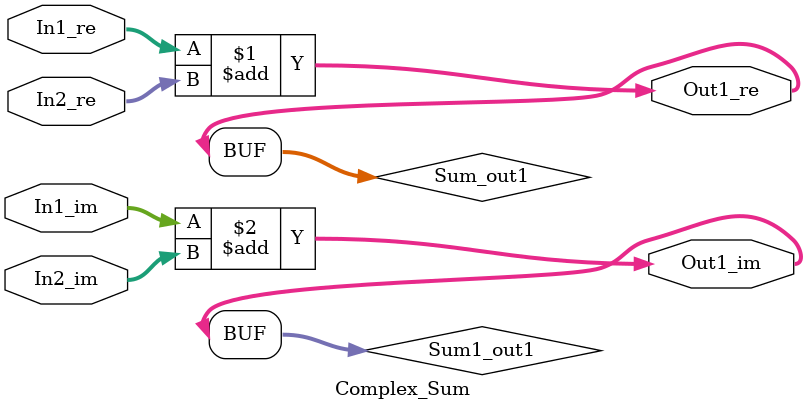
<source format=v>



`timescale 1 ns / 1 ns

module Complex_Sum
          (In1_re,
           In1_im,
           In2_re,
           In2_im,
           Out1_re,
           Out1_im);


  input   signed [36:0] In1_re;  // sfix37_En22
  input   signed [36:0] In1_im;  // sfix37_En22
  input   signed [36:0] In2_re;  // sfix37_En22
  input   signed [36:0] In2_im;  // sfix37_En22
  output  signed [36:0] Out1_re;  // sfix37_En22
  output  signed [36:0] Out1_im;  // sfix37_En22


  wire signed [36:0] Sum_out1;  // sfix37_En22
  wire signed [36:0] Sum1_out1;  // sfix37_En22


  assign Sum_out1 = In1_re + In2_re;



  assign Out1_re = Sum_out1;

  assign Sum1_out1 = In1_im + In2_im;



  assign Out1_im = Sum1_out1;

endmodule  // Complex_Sum


</source>
